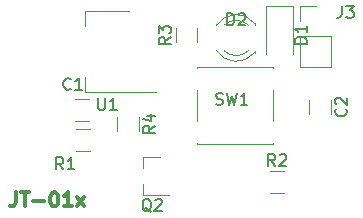
<source format=gbr>
G04 #@! TF.GenerationSoftware,KiCad,Pcbnew,5.1.9-73d0e3b20d~88~ubuntu20.04.1*
G04 #@! TF.CreationDate,2021-04-15T15:02:38+02:00*
G04 #@! TF.ProjectId,Switch3Vx,53776974-6368-4335-9678-2e6b69636164,rev?*
G04 #@! TF.SameCoordinates,Original*
G04 #@! TF.FileFunction,Legend,Top*
G04 #@! TF.FilePolarity,Positive*
%FSLAX46Y46*%
G04 Gerber Fmt 4.6, Leading zero omitted, Abs format (unit mm)*
G04 Created by KiCad (PCBNEW 5.1.9-73d0e3b20d~88~ubuntu20.04.1) date 2021-04-15 15:02:38*
%MOMM*%
%LPD*%
G01*
G04 APERTURE LIST*
%ADD10C,0.300000*%
%ADD11C,0.120000*%
%ADD12C,0.150000*%
G04 APERTURE END LIST*
D10*
X34680857Y-98402857D02*
X34680857Y-99260000D01*
X34623714Y-99431428D01*
X34509428Y-99545714D01*
X34338000Y-99602857D01*
X34223714Y-99602857D01*
X35080857Y-98402857D02*
X35766571Y-98402857D01*
X35423714Y-99602857D02*
X35423714Y-98402857D01*
X36166571Y-99145714D02*
X37080857Y-99145714D01*
X37880857Y-98402857D02*
X37995142Y-98402857D01*
X38109428Y-98460000D01*
X38166571Y-98517142D01*
X38223714Y-98631428D01*
X38280857Y-98860000D01*
X38280857Y-99145714D01*
X38223714Y-99374285D01*
X38166571Y-99488571D01*
X38109428Y-99545714D01*
X37995142Y-99602857D01*
X37880857Y-99602857D01*
X37766571Y-99545714D01*
X37709428Y-99488571D01*
X37652285Y-99374285D01*
X37595142Y-99145714D01*
X37595142Y-98860000D01*
X37652285Y-98631428D01*
X37709428Y-98517142D01*
X37766571Y-98460000D01*
X37880857Y-98402857D01*
X39423714Y-99602857D02*
X38738000Y-99602857D01*
X39080857Y-99602857D02*
X39080857Y-98402857D01*
X38966571Y-98574285D01*
X38852285Y-98688571D01*
X38738000Y-98745714D01*
X39823714Y-99602857D02*
X40452285Y-98802857D01*
X39823714Y-98802857D02*
X40452285Y-99602857D01*
D11*
X49983000Y-94289000D02*
X56443000Y-94289000D01*
X49983000Y-89759000D02*
X49983000Y-92359000D01*
X49983000Y-87829000D02*
X56443000Y-87829000D01*
X56443000Y-89759000D02*
X56443000Y-92359000D01*
X49983000Y-87859000D02*
X49983000Y-87829000D01*
X49983000Y-94289000D02*
X49983000Y-94259000D01*
X56443000Y-94289000D02*
X56443000Y-94259000D01*
X56443000Y-87829000D02*
X56443000Y-87859000D01*
X39656936Y-92350000D02*
X40861064Y-92350000D01*
X39656936Y-90530000D02*
X40861064Y-90530000D01*
X61362000Y-90583936D02*
X61362000Y-91788064D01*
X59542000Y-90583936D02*
X59542000Y-91788064D01*
X55888000Y-82630000D02*
X55888000Y-86690000D01*
X58158000Y-82630000D02*
X55888000Y-82630000D01*
X58158000Y-86690000D02*
X58158000Y-82630000D01*
X54900000Y-84264000D02*
X54900000Y-84108000D01*
X54900000Y-86580000D02*
X54900000Y-86424000D01*
X51667665Y-86422608D02*
G75*
G03*
X54900000Y-86579516I1672335J1078608D01*
G01*
X51667665Y-84265392D02*
G75*
G02*
X54900000Y-84108484I1672335J-1078608D01*
G01*
X52298870Y-86423837D02*
G75*
G03*
X54380961Y-86424000I1041130J1079837D01*
G01*
X52298870Y-84264163D02*
G75*
G02*
X54380961Y-84264000I1041130J-1079837D01*
G01*
X58741000Y-82617000D02*
X60071000Y-82617000D01*
X58741000Y-83947000D02*
X58741000Y-82617000D01*
X58741000Y-85217000D02*
X61401000Y-85217000D01*
X61401000Y-85217000D02*
X61401000Y-87817000D01*
X58741000Y-85217000D02*
X58741000Y-87817000D01*
X58741000Y-87817000D02*
X61401000Y-87817000D01*
X45468000Y-95448000D02*
X45468000Y-96378000D01*
X45468000Y-98608000D02*
X45468000Y-97678000D01*
X45468000Y-98608000D02*
X47628000Y-98608000D01*
X45468000Y-95448000D02*
X46928000Y-95448000D01*
X39783936Y-94890000D02*
X40988064Y-94890000D01*
X39783936Y-93070000D02*
X40988064Y-93070000D01*
X56198936Y-96626000D02*
X57403064Y-96626000D01*
X56198936Y-98446000D02*
X57403064Y-98446000D01*
X50059000Y-85724064D02*
X50059000Y-84519936D01*
X48239000Y-85724064D02*
X48239000Y-84519936D01*
X45106000Y-92017436D02*
X45106000Y-93221564D01*
X43286000Y-92017436D02*
X43286000Y-93221564D01*
X46518000Y-89897000D02*
X40508000Y-89897000D01*
X44268000Y-83077000D02*
X40508000Y-83077000D01*
X40508000Y-89897000D02*
X40508000Y-88637000D01*
X40508000Y-83077000D02*
X40508000Y-84337000D01*
D12*
X51625666Y-90955761D02*
X51768523Y-91003380D01*
X52006619Y-91003380D01*
X52101857Y-90955761D01*
X52149476Y-90908142D01*
X52197095Y-90812904D01*
X52197095Y-90717666D01*
X52149476Y-90622428D01*
X52101857Y-90574809D01*
X52006619Y-90527190D01*
X51816142Y-90479571D01*
X51720904Y-90431952D01*
X51673285Y-90384333D01*
X51625666Y-90289095D01*
X51625666Y-90193857D01*
X51673285Y-90098619D01*
X51720904Y-90051000D01*
X51816142Y-90003380D01*
X52054238Y-90003380D01*
X52197095Y-90051000D01*
X52530428Y-90003380D02*
X52768523Y-91003380D01*
X52959000Y-90289095D01*
X53149476Y-91003380D01*
X53387571Y-90003380D01*
X54292333Y-91003380D02*
X53720904Y-91003380D01*
X54006619Y-91003380D02*
X54006619Y-90003380D01*
X53911380Y-90146238D01*
X53816142Y-90241476D01*
X53720904Y-90289095D01*
X39330333Y-89638142D02*
X39282714Y-89685761D01*
X39139857Y-89733380D01*
X39044619Y-89733380D01*
X38901761Y-89685761D01*
X38806523Y-89590523D01*
X38758904Y-89495285D01*
X38711285Y-89304809D01*
X38711285Y-89161952D01*
X38758904Y-88971476D01*
X38806523Y-88876238D01*
X38901761Y-88781000D01*
X39044619Y-88733380D01*
X39139857Y-88733380D01*
X39282714Y-88781000D01*
X39330333Y-88828619D01*
X40282714Y-89733380D02*
X39711285Y-89733380D01*
X39997000Y-89733380D02*
X39997000Y-88733380D01*
X39901761Y-88876238D01*
X39806523Y-88971476D01*
X39711285Y-89019095D01*
X62629142Y-91352666D02*
X62676761Y-91400285D01*
X62724380Y-91543142D01*
X62724380Y-91638380D01*
X62676761Y-91781238D01*
X62581523Y-91876476D01*
X62486285Y-91924095D01*
X62295809Y-91971714D01*
X62152952Y-91971714D01*
X61962476Y-91924095D01*
X61867238Y-91876476D01*
X61772000Y-91781238D01*
X61724380Y-91638380D01*
X61724380Y-91543142D01*
X61772000Y-91400285D01*
X61819619Y-91352666D01*
X61819619Y-90971714D02*
X61772000Y-90924095D01*
X61724380Y-90828857D01*
X61724380Y-90590761D01*
X61772000Y-90495523D01*
X61819619Y-90447904D01*
X61914857Y-90400285D01*
X62010095Y-90400285D01*
X62152952Y-90447904D01*
X62724380Y-91019333D01*
X62724380Y-90400285D01*
X59295380Y-85828095D02*
X58295380Y-85828095D01*
X58295380Y-85590000D01*
X58343000Y-85447142D01*
X58438238Y-85351904D01*
X58533476Y-85304285D01*
X58723952Y-85256666D01*
X58866809Y-85256666D01*
X59057285Y-85304285D01*
X59152523Y-85351904D01*
X59247761Y-85447142D01*
X59295380Y-85590000D01*
X59295380Y-85828095D01*
X59295380Y-84304285D02*
X59295380Y-84875714D01*
X59295380Y-84590000D02*
X58295380Y-84590000D01*
X58438238Y-84685238D01*
X58533476Y-84780476D01*
X58581095Y-84875714D01*
X52601904Y-84272380D02*
X52601904Y-83272380D01*
X52840000Y-83272380D01*
X52982857Y-83320000D01*
X53078095Y-83415238D01*
X53125714Y-83510476D01*
X53173333Y-83700952D01*
X53173333Y-83843809D01*
X53125714Y-84034285D01*
X53078095Y-84129523D01*
X52982857Y-84224761D01*
X52840000Y-84272380D01*
X52601904Y-84272380D01*
X53554285Y-83367619D02*
X53601904Y-83320000D01*
X53697142Y-83272380D01*
X53935238Y-83272380D01*
X54030476Y-83320000D01*
X54078095Y-83367619D01*
X54125714Y-83462857D01*
X54125714Y-83558095D01*
X54078095Y-83700952D01*
X53506666Y-84272380D01*
X54125714Y-84272380D01*
X62277666Y-82637380D02*
X62277666Y-83351666D01*
X62230047Y-83494523D01*
X62134809Y-83589761D01*
X61991952Y-83637380D01*
X61896714Y-83637380D01*
X62658619Y-82637380D02*
X63277666Y-82637380D01*
X62944333Y-83018333D01*
X63087190Y-83018333D01*
X63182428Y-83065952D01*
X63230047Y-83113571D01*
X63277666Y-83208809D01*
X63277666Y-83446904D01*
X63230047Y-83542142D01*
X63182428Y-83589761D01*
X63087190Y-83637380D01*
X62801476Y-83637380D01*
X62706238Y-83589761D01*
X62658619Y-83542142D01*
X46132761Y-100075619D02*
X46037523Y-100028000D01*
X45942285Y-99932761D01*
X45799428Y-99789904D01*
X45704190Y-99742285D01*
X45608952Y-99742285D01*
X45656571Y-99980380D02*
X45561333Y-99932761D01*
X45466095Y-99837523D01*
X45418476Y-99647047D01*
X45418476Y-99313714D01*
X45466095Y-99123238D01*
X45561333Y-99028000D01*
X45656571Y-98980380D01*
X45847047Y-98980380D01*
X45942285Y-99028000D01*
X46037523Y-99123238D01*
X46085142Y-99313714D01*
X46085142Y-99647047D01*
X46037523Y-99837523D01*
X45942285Y-99932761D01*
X45847047Y-99980380D01*
X45656571Y-99980380D01*
X46466095Y-99075619D02*
X46513714Y-99028000D01*
X46608952Y-98980380D01*
X46847047Y-98980380D01*
X46942285Y-99028000D01*
X46989904Y-99075619D01*
X47037523Y-99170857D01*
X47037523Y-99266095D01*
X46989904Y-99408952D01*
X46418476Y-99980380D01*
X47037523Y-99980380D01*
X38695333Y-96464380D02*
X38362000Y-95988190D01*
X38123904Y-96464380D02*
X38123904Y-95464380D01*
X38504857Y-95464380D01*
X38600095Y-95512000D01*
X38647714Y-95559619D01*
X38695333Y-95654857D01*
X38695333Y-95797714D01*
X38647714Y-95892952D01*
X38600095Y-95940571D01*
X38504857Y-95988190D01*
X38123904Y-95988190D01*
X39647714Y-96464380D02*
X39076285Y-96464380D01*
X39362000Y-96464380D02*
X39362000Y-95464380D01*
X39266761Y-95607238D01*
X39171523Y-95702476D01*
X39076285Y-95750095D01*
X56634333Y-96168380D02*
X56301000Y-95692190D01*
X56062904Y-96168380D02*
X56062904Y-95168380D01*
X56443857Y-95168380D01*
X56539095Y-95216000D01*
X56586714Y-95263619D01*
X56634333Y-95358857D01*
X56634333Y-95501714D01*
X56586714Y-95596952D01*
X56539095Y-95644571D01*
X56443857Y-95692190D01*
X56062904Y-95692190D01*
X57015285Y-95263619D02*
X57062904Y-95216000D01*
X57158142Y-95168380D01*
X57396238Y-95168380D01*
X57491476Y-95216000D01*
X57539095Y-95263619D01*
X57586714Y-95358857D01*
X57586714Y-95454095D01*
X57539095Y-95596952D01*
X56967666Y-96168380D01*
X57586714Y-96168380D01*
X47781380Y-85288666D02*
X47305190Y-85622000D01*
X47781380Y-85860095D02*
X46781380Y-85860095D01*
X46781380Y-85479142D01*
X46829000Y-85383904D01*
X46876619Y-85336285D01*
X46971857Y-85288666D01*
X47114714Y-85288666D01*
X47209952Y-85336285D01*
X47257571Y-85383904D01*
X47305190Y-85479142D01*
X47305190Y-85860095D01*
X46781380Y-84955333D02*
X46781380Y-84336285D01*
X47162333Y-84669619D01*
X47162333Y-84526761D01*
X47209952Y-84431523D01*
X47257571Y-84383904D01*
X47352809Y-84336285D01*
X47590904Y-84336285D01*
X47686142Y-84383904D01*
X47733761Y-84431523D01*
X47781380Y-84526761D01*
X47781380Y-84812476D01*
X47733761Y-84907714D01*
X47686142Y-84955333D01*
X46468380Y-92786166D02*
X45992190Y-93119500D01*
X46468380Y-93357595D02*
X45468380Y-93357595D01*
X45468380Y-92976642D01*
X45516000Y-92881404D01*
X45563619Y-92833785D01*
X45658857Y-92786166D01*
X45801714Y-92786166D01*
X45896952Y-92833785D01*
X45944571Y-92881404D01*
X45992190Y-92976642D01*
X45992190Y-93357595D01*
X45801714Y-91929023D02*
X46468380Y-91929023D01*
X45420761Y-92167119D02*
X46135047Y-92405214D01*
X46135047Y-91786166D01*
X41656095Y-90439380D02*
X41656095Y-91248904D01*
X41703714Y-91344142D01*
X41751333Y-91391761D01*
X41846571Y-91439380D01*
X42037047Y-91439380D01*
X42132285Y-91391761D01*
X42179904Y-91344142D01*
X42227523Y-91248904D01*
X42227523Y-90439380D01*
X43227523Y-91439380D02*
X42656095Y-91439380D01*
X42941809Y-91439380D02*
X42941809Y-90439380D01*
X42846571Y-90582238D01*
X42751333Y-90677476D01*
X42656095Y-90725095D01*
M02*

</source>
